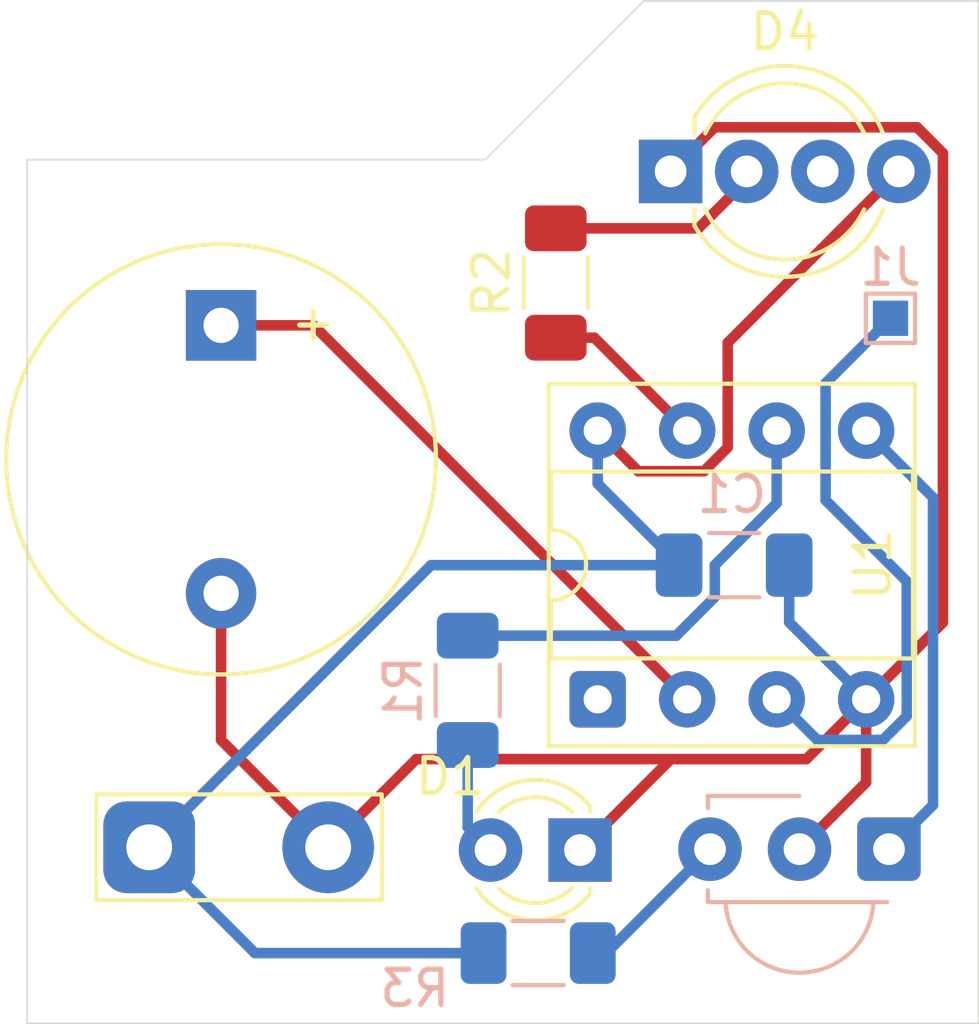
<source format=kicad_pcb>
(kicad_pcb (version 20241229) (generator "pcbnew") (generator_version "9.0")
  (layers (0 "F.Cu" signal) (2 "B.Cu" signal) (13 "F.Paste" user) (15 "B.Paste" user) (5 "F.SilkS" user "F.Silkscreen") (7 "B.SilkS" user "B.Silkscreen") (1 "F.Mask" user) (3 "B.Mask" user) (25 "Edge.Cuts" user))
  (net 0 "")
  (net 1 "/VCC")
  (net 2 "GND")
  (net 3 "unconnected-(U1-~{RESET}{slash}PB5-Pad1)")
  (net 4 "Net-(BZ1-+)")
  (net 5 "Net-(D1-A)")
  (net 6 "Net-(D4-DIN)")
  (net 8 "Net-(J1-Pin_1)")
  (net 9 "Net-(U1-PB1)")
  (net 10 "Net-(U1-PB2)")
  (net 11 "Net-(U1-AREF{slash}PB0)")
  (footprint "LED_THT:LED_D3.0mm" (layer "F.Cu") (at 115.687669 133.578537 180)
    (property "Reference" "D1" (at 3.687669 2.078537 180) (layer "F.SilkS"))
    (property "Value" "TSAL6200" (hide yes))
    (fp_line (start -0.29 1.08) (end -0.29 1.236) (stroke (width 0.12)) (layer "F.SilkS"))
    (fp_line (start -0.29 -1.236) (end -0.29 -1.08) (stroke (width 0.12)) (layer "F.SilkS"))
    (fp_arc (start 2.941437 1.08) (mid 1.36566 1.987699) (end -0.29 1.235516) (stroke (width 0.12)) (layer "F.SilkS"))
    (fp_arc (start 2.310961 1.08) (mid 1.27 1.5) (end 0.229039 1.08) (stroke (width 0.12)) (layer "F.SilkS"))
    (fp_arc (start 0.229039 -1.08) (mid 1.27 -1.5) (end 2.310961 -1.08) (stroke (width 0.12)) (layer "F.SilkS"))
    (fp_arc (start -0.29 -1.235516) (mid 1.36566 -1.987699) (end 2.941437 -1.08) (stroke (width 0.12)) (layer "F.SilkS"))
    (pad "1" thru_hole rect (at 0 0 180) (size 1.8 1.8) (drill 0.9) (layers "*.Cu" "*.Mask") (net 2 "GND"))
    (pad "2" thru_hole circle (at 2.54 0 180) (size 1.8 1.8) (drill 0.9) (layers "*.Cu" "*.Mask") (net 5 "Net-(D1-A)"))
  )
  (footprint "Buzzer_Beeper:Buzzer_12x9.5RM7.6" (layer "F.Cu") (at 105.5 118.7 -90)
    (property "Reference" "BZ1" (hide yes))
    (property "Value" "Buzzer" (hide yes))
    (fp_circle (center 3.8 0) (end 9.9 0) (stroke (width 0.12)) (fill no) (layer "F.SilkS"))
    (fp_text user "+" (at -0.01 -2.54 90) (layer "F.SilkS"))
    (pad "1" thru_hole rect (at 0 0 270) (size 2 2) (drill 1) (layers "*.Cu" "*.Mask") (net 4 "Net-(BZ1-+)"))
    (pad "2" thru_hole circle (at 7.6 0 270) (size 2 2) (drill 1) (layers "*.Cu" "*.Mask") (net 2 "GND"))
  )
  (footprint "Resistor_SMD:R_1206_3216Metric_Pad1.30x1.75mm_HandSolder" (layer "F.Cu") (at 115 117.5 90)
    (property "Reference" "R2" (at 0 -1.83 90) (layer "F.SilkS"))
    (property "Value" "300R" (hide yes))
    (fp_line (start -0.727064 -0.91) (end 0.727064 -0.91) (stroke (width 0.12)) (layer "F.SilkS"))
    (fp_line (start -0.727064 0.91) (end 0.727064 0.91) (stroke (width 0.12)) (layer "F.SilkS"))
    (pad "1" smd roundrect (at -1.55 0 90) (size 1.3 1.75) (layers "F.Cu" "F.Mask" "F.Paste") (roundrect_rratio 0.192308) (net 10 "Net-(U1-PB2)"))
    (pad "2" smd roundrect (at 1.55 0 90) (size 1.3 1.75) (layers "F.Cu" "F.Mask" "F.Paste") (roundrect_rratio 0.192308) (net 6 "Net-(D4-DIN)"))
  )
  (footprint "TestPoint:TestPoint_2Pads_Pitch5.08mm_Drill1.3mm" (layer "F.Cu") (at 103.46 133.5)
    (property "Reference" "BT1" (hide yes))
    (property "Value" "BatteryHolder_2xAAA" (hide yes))
    (fp_line (start -1.5 -1.5) (end -1.5 1.5) (stroke (width 0.12)) (layer "F.SilkS"))
    (fp_line (start -1.5 -1.5) (end 6.6 -1.5) (stroke (width 0.12)) (layer "F.SilkS"))
    (fp_line (start 6.6 1.5) (end -1.5 1.5) (stroke (width 0.12)) (layer "F.SilkS"))
    (fp_line (start 6.6 1.5) (end 6.6 -1.5) (stroke (width 0.12)) (layer "F.SilkS"))
    (pad "1" thru_hole roundrect (at 0 0) (size 2.6 2.6) (drill 1.3) (layers "*.Cu" "*.Mask") (net 1 "/VCC"))
    (pad "2" thru_hole circle (at 5.08 0) (size 2.6 2.6) (drill 1.3) (layers "*.Cu" "*.Mask") (net 2 "GND"))
  )
  (footprint "Package_DIP:DIP-8_W7.62mm_Socket" (layer "F.Cu") (at 116.19 129.305 90)
    (property "Reference" "U1" (at 3.81 7.81 90) (layer "F.SilkS"))
    (property "Value" "ATtiny85-20P" (hide yes))
    (fp_line (start 6.46 -1.33) (end 4.81 -1.33) (stroke (width 0.12)) (layer "F.SilkS"))
    (fp_line (start 2.81 -1.33) (end 1.16 -1.33) (stroke (width 0.12)) (layer "F.SilkS"))
    (fp_line (start 1.16 -1.33) (end 1.16 8.95) (stroke (width 0.12)) (layer "F.SilkS"))
    (fp_line (start 6.46 8.95) (end 6.46 -1.33) (stroke (width 0.12)) (layer "F.SilkS"))
    (fp_line (start 1.16 8.95) (end 6.46 8.95) (stroke (width 0.12)) (layer "F.SilkS"))
    (fp_rect (start -1.33 -1.39) (end 8.95 9.01) (stroke (width 0.12)) (fill no) (layer "F.SilkS"))
    (fp_arc (start 4.81 -1.33) (mid 3.81 -0.33) (end 2.81 -1.33) (stroke (width 0.12)) (layer "F.SilkS"))
    (pad "1" thru_hole roundrect (at 0 0 90) (size 1.6 1.6) (drill 0.8) (layers "*.Cu" "*.Mask") (roundrect_rratio 0.15625) (net 3 "unconnected-(U1-~{RESET}{slash}PB5-Pad1)"))
    (pad "2" thru_hole circle (at 0 2.54 90) (size 1.6 1.6) (drill 0.8) (layers "*.Cu" "*.Mask") (net 4 "Net-(BZ1-+)"))
    (pad "3" thru_hole circle (at 0 5.08 90) (size 1.6 1.6) (drill 0.8) (layers "*.Cu" "*.Mask") (net 8 "Net-(J1-Pin_1)"))
    (pad "4" thru_hole circle (at 0 7.62 90) (size 1.6 1.6) (drill 0.8) (layers "*.Cu" "*.Mask") (net 2 "GND"))
    (pad "5" thru_hole circle (at 7.62 7.62 90) (size 1.6 1.6) (drill 0.8) (layers "*.Cu" "*.Mask") (net 11 "Net-(U1-AREF{slash}PB0)"))
    (pad "6" thru_hole circle (at 7.62 5.08 90) (size 1.6 1.6) (drill 0.8) (layers "*.Cu" "*.Mask") (net 9 "Net-(U1-PB1)"))
    (pad "7" thru_hole circle (at 7.62 2.54 90) (size 1.6 1.6) (drill 0.8) (layers "*.Cu" "*.Mask") (net 10 "Net-(U1-PB2)"))
    (pad "8" thru_hole circle (at 7.62 0 90) (size 1.6 1.6) (drill 0.8) (layers "*.Cu" "*.Mask") (net 1 "/VCC"))
  )
  (footprint "LED_THT:LED_D5.0mm-4_RGB_Wide_Pins" (layer "F.Cu") (at 118.26 114.335)
    (property "Reference" "D4" (at 3.2385 -3.96 0) (layer "F.SilkS"))
    (property "Value" "LiteOn_LTST-E563C" (hide yes))
    (fp_line (start 0.6785 -1.545) (end 0.6785 -1.08) (stroke (width 0.12)) (layer "F.SilkS"))
    (fp_line (start 0.6785 1.08) (end 0.6785 1.545) (stroke (width 0.12)) (layer "F.SilkS"))
    (fp_arc (start 0.6785 -1.54483) (mid 3.496956 -2.978809) (end 6.026315 -1.080827) (stroke (width 0.12)) (layer "F.SilkS"))
    (fp_arc (start 0.983816 -1.08) (mid 3.238262 -2.5) (end 5.492979 -1.080429) (stroke (width 0.12)) (layer "F.SilkS"))
    (fp_arc (start 5.492979 1.080429) (mid 3.238262 2.5) (end 0.983816 1.08) (stroke (width 0.12)) (layer "F.SilkS"))
    (fp_arc (start 6.026315 1.080827) (mid 3.496956 2.978808) (end 0.6785 1.54483) (stroke (width 0.12)) (layer "F.SilkS"))
    (pad "1" thru_hole rect (at 0 0) (size 1.8 1.8) (drill 0.9) (layers "*.Cu" "*.Mask") (net 2 "GND"))
    (pad "2" thru_hole circle (at 2.159 0) (size 1.8 1.8) (drill 0.9) (layers "*.Cu" "*.Mask") (net 6 "Net-(D4-DIN)"))
    (pad "3" thru_hole circle (at 4.318 0) (size 1.8 1.8) (drill 0.9) (layers "*.Cu" "*.Mask"))
    (pad "4" thru_hole circle (at 6.477 0) (size 1.8 1.8) (drill 0.9) (layers "*.Cu" "*.Mask") (net 1 "/VCC"))
  )
  (footprint "OptoDevice:Vishay_MINICAST-3Pin" (layer "B.Cu") (at 124.457669 133.553537 180)
    (property "Reference" "U2" (hide yes))
    (property "Value" "TSOP382xx" (hide yes))
    (fp_line (start 5.14 1.51) (end 2.54 1.51) (stroke (width 0.12)) (layer "B.SilkS"))
    (fp_line (start 5.14 1.16) (end 5.14 1.51) (stroke (width 0.12)) (layer "B.SilkS"))
    (fp_line (start 5.14 -1.16) (end 5.14 -1.5) (stroke (width 0.12)) (layer "B.SilkS"))
    (fp_line (start 5.14 -1.5) (end 0.05 -1.5) (stroke (width 0.12)) (layer "B.SilkS"))
    (fp_arc (start 0.440083 -1.501736) (mid 2.540869 -3.50238) (end 4.64 -1.5) (stroke (width 0.12)) (layer "B.SilkS"))
    (pad "1" thru_hole roundrect (at 0 0 180) (size 1.8 1.8) (drill 0.9) (layers "*.Cu" "*.Mask") (roundrect_rratio 0.139) (net 11 "Net-(U1-AREF{slash}PB0)"))
    (pad "2" thru_hole circle (at 2.54 0 180) (size 1.8 1.8) (drill 0.9) (layers "*.Cu" "*.Mask") (net 2 "GND"))
    (pad "3" thru_hole circle (at 5.08 0 180) (size 1.8 1.8) (drill 0.9) (layers "*.Cu" "*.Mask") (net 1 "/VCC"))
  )
  (footprint "Capacitor_SMD:C_1206_3216Metric_Pad1.33x1.80mm_HandSolder" (layer "B.Cu") (at 120.0625 125.5)
    (property "Reference" "C1" (at -0.0625 -2 0) (layer "B.SilkS") (effects (justify mirror)))
    (property "Value" "0.1µF" (hide yes))
    (fp_line (start -0.711252 -0.91) (end 0.711252 -0.91) (stroke (width 0.12)) (layer "B.SilkS"))
    (fp_line (start -0.711252 0.91) (end 0.711252 0.91) (stroke (width 0.12)) (layer "B.SilkS"))
    (pad "1" smd roundrect (at -1.5625 0) (size 1.325 1.8) (layers "B.Cu" "B.Mask" "B.Paste") (roundrect_rratio 0.188679) (net 1 "/VCC"))
    (pad "2" smd roundrect (at 1.5625 0) (size 1.325 1.8) (layers "B.Cu" "B.Mask" "B.Paste") (roundrect_rratio 0.188679) (net 2 "GND"))
  )
  (footprint "Resistor_SMD:R_1206_3216Metric_Pad1.30x1.75mm_HandSolder" (layer "B.Cu") (at 112.5 129.05 -90)
    (property "Reference" "R1" (at 0 1.83 90) (layer "B.SilkS") (effects (justify mirror)))
    (property "Value" "47R" (hide yes))
    (fp_line (start -0.727064 0.91) (end 0.727064 0.91) (stroke (width 0.12)) (layer "B.SilkS"))
    (fp_line (start -0.727064 -0.91) (end 0.727064 -0.91) (stroke (width 0.12)) (layer "B.SilkS"))
    (pad "1" smd roundrect (at -1.55 0 270) (size 1.3 1.75) (layers "B.Cu" "B.Mask" "B.Paste") (roundrect_rratio 0.192308) (net 9 "Net-(U1-PB1)"))
    (pad "2" smd roundrect (at 1.55 0 270) (size 1.3 1.75) (layers "B.Cu" "B.Mask" "B.Paste") (roundrect_rratio 0.192308) (net 5 "Net-(D1-A)"))
  )
  (footprint "Resistor_SMD:R_1206_3216Metric_Pad1.30x1.75mm_HandSolder" (layer "B.Cu") (at 114.5 136.5 180)
    (property "Reference" "R3" (at 3.5 -1 0) (layer "B.SilkS") (effects (justify mirror)))
    (property "Value" "100R" (hide yes))
    (fp_line (start -0.727064 0.91) (end 0.727064 0.91) (stroke (width 0.12)) (layer "B.SilkS"))
    (fp_line (start -0.727064 -0.91) (end 0.727064 -0.91) (stroke (width 0.12)) (layer "B.SilkS"))
    (pad "1" smd roundrect (at -1.55 0 180) (size 1.3 1.75) (layers "B.Cu" "B.Mask" "B.Paste") (roundrect_rratio 0.192308) (net 1 "/VCC"))
    (pad "2" smd roundrect (at 1.55 0 180) (size 1.3 1.75) (layers "B.Cu" "B.Mask" "B.Paste") (roundrect_rratio 0.192308) (net 1 "/VCC"))
  )
  (footprint "TestPoint:TestPoint_Pad_1.0x1.0mm" (layer "B.Cu") (at 124.5 118.5 180)
    (property "Reference" "J1" (at 0 1.448 0) (layer "B.SilkS") (effects (justify mirror)))
    (property "Value" "Conn_01x01_Pin" (hide yes))
    (fp_line (start 0.7 0.7) (end 0.7 -0.7) (stroke (width 0.12)) (layer "B.SilkS"))
    (fp_line (start 0.7 -0.7) (end -0.7 -0.7) (stroke (width 0.12)) (layer "B.SilkS"))
    (fp_line (start -0.7 0.7) (end 0.7 0.7) (stroke (width 0.12)) (layer "B.SilkS"))
    (fp_line (start -0.7 -0.7) (end -0.7 0.7) (stroke (width 0.12)) (layer "B.SilkS"))
    (pad "1" smd rect (at 0 0 180) (size 1 1) (layers "B.Cu" "B.Mask") (net 8 "Net-(J1-Pin_1)"))
  )
  (gr_line (start 117.5 109.5) (end 127 109.5) (stroke (width 0.05)) (layer "Edge.Cuts"))
  (gr_line (start 100 114) (end 113 114) (stroke (width 0.05)) (layer "Edge.Cuts"))
  (gr_line (start 100 138.5) (end 100 114) (stroke (width 0.05)) (layer "Edge.Cuts"))
  (gr_line (start 100 138.5) (end 127 138.5) (stroke (width 0.05)) (layer "Edge.Cuts"))
  (gr_line (start 113 114) (end 117.5 109.5) (stroke (width 0.05)) (layer "Edge.Cuts"))
  (gr_line (start 127 109.5) (end 127 114) (stroke (width 0.05)) (layer "Edge.Cuts"))
  (gr_line (start 127 114) (end 127 138.5) (stroke (width 0.05)) (layer "Edge.Cuts"))
  (segment (start 119.881 119.191) (end 119.881 122.16176) (width 0.3) (layer "F.Cu") (net 1))
  (segment (start 119.20676 122.836) (end 117.341 122.836) (width 0.3) (layer "F.Cu") (net 1))
  (segment (start 119.881 122.16176) (end 119.20676 122.836) (width 0.3) (layer "F.Cu") (net 1))
  (segment (start 117.341 122.836) (end 116.19 121.685) (width 0.3) (layer "F.Cu") (net 1))
  (segment (start 124.737 114.335) (end 119.881 119.191) (width 0.3) (layer "F.Cu") (net 1))
  (segment (start 119.377669 133.553537) (end 116.431206 136.5) (width 0.3) (layer "B.Cu") (net 1))
  (segment (start 116.431206 136.5) (end 116.05 136.5) (width 0.3) (layer "B.Cu") (net 1))
  (segment (start 118.5 125.5) (end 111.46 125.5) (width 0.3) (layer "B.Cu") (net 1))
  (segment (start 116.19 121.685) (end 116.19 123.19) (width 0.3) (layer "B.Cu") (net 1))
  (segment (start 116.5 136.5) (end 116.5 136.431206) (width 0.3) (layer "B.Cu") (net 1))
  (segment (start 106.46 136.5) (end 112.95 136.5) (width 0.3) (layer "B.Cu") (net 1))
  (segment (start 116.05 136.5) (end 116.5 136.5) (width 0.3) (layer "B.Cu") (net 1))
  (segment (start 116.19 123.19) (end 118.5 125.5) (width 0.3) (layer "B.Cu") (net 1))
  (segment (start 103.46 133.5) (end 106.46 136.5) (width 0.3) (layer "B.Cu") (net 1))
  (segment (start 111.46 125.5) (end 103.46 133.5) (width 0.3) (layer "B.Cu") (net 1))
  (segment (start 123.81 129.305) (end 122.115 131) (width 0.3) (layer "F.Cu") (net 2))
  (segment (start 119.511 113.084) (end 125.255182 113.084) (width 0.3) (layer "F.Cu") (net 2))
  (segment (start 118.266206 131) (end 115.687669 133.578537) (width 0.3) (layer "F.Cu") (net 2))
  (segment (start 118.26 114.335) (end 119.511 113.084) (width 0.3) (layer "F.Cu") (net 2))
  (segment (start 105.5 130.46) (end 105.5 126.3) (width 0.3) (layer "F.Cu") (net 2))
  (segment (start 108.54 133.5) (end 111.04 131) (width 0.3) (layer "F.Cu") (net 2))
  (segment (start 108.54 133.5) (end 105.5 130.46) (width 0.3) (layer "F.Cu") (net 2))
  (segment (start 111.04 131) (end 118.266206 131) (width 0.3) (layer "F.Cu") (net 2))
  (segment (start 125.255182 113.084) (end 125.988 113.816818) (width 0.3) (layer "F.Cu") (net 2))
  (segment (start 123.81 129.305) (end 123.81 131.661206) (width 0.3) (layer "F.Cu") (net 2))
  (segment (start 125.988 113.816818) (end 125.988 127.127) (width 0.3) (layer "F.Cu") (net 2))
  (segment (start 123.81 131.661206) (end 121.917669 133.553537) (width 0.3) (layer "F.Cu") (net 2))
  (segment (start 122.115 131) (end 118.266206 131) (width 0.3) (layer "F.Cu") (net 2))
  (segment (start 125.988 127.127) (end 123.81 129.305) (width 0.3) (layer "F.Cu") (net 2))
  (segment (start 121.625 127.12) (end 123.81 129.305) (width 0.3) (layer "B.Cu") (net 2))
  (segment (start 121.625 125.5) (end 121.625 127.12) (width 0.3) (layer "B.Cu") (net 2))
  (segment (start 115.594 129.901) (end 116.19 129.305) (width 0.3) (layer "B.Cu") (net 3))
  (segment (start 105.5 118.7) (end 108.125 118.7) (width 0.3) (layer "F.Cu") (net 4))
  (segment (start 108.125 118.7) (end 118.73 129.305) (width 0.3) (layer "F.Cu") (net 4))
  (segment (start 112.5 131.05) (end 112.5 132.930868) (width 0.3) (layer "B.Cu") (net 5))
  (segment (start 112.5 132.930868) (end 113.147669 133.578537) (width 0.3) (layer "B.Cu") (net 5))
  (segment (start 112.5 131.05) (end 113 130.55) (width 0.3) (layer "B.Cu") (net 5))
  (segment (start 120.419 114.581) (end 119.05 115.95) (width 0.3) (layer "F.Cu") (net 6))
  (segment (start 120.419 114.335) (end 120.419 114.581) (width 0.3) (layer "F.Cu") (net 6))
  (segment (start 119.05 115.95) (end 115 115.95) (width 0.3) (layer "F.Cu") (net 6))
  (segment (start 122.421 130.456) (end 121.27 129.305) (width 0.3) (layer "B.Cu") (net 8))
  (segment (start 124.28676 130.456) (end 122.421 130.456) (width 0.3) (layer "B.Cu") (net 8))
  (segment (start 124.961 125.961) (end 124.961 129.78176) (width 0.3) (layer "B.Cu") (net 8))
  (segment (start 124.5 118.5) (end 122.659 120.341) (width 0.3) (layer "B.Cu") (net 8))
  (segment (start 122.659 123.659) (end 124.961 125.961) (width 0.3) (layer "B.Cu") (net 8))
  (segment (start 124.961 129.78176) (end 124.28676 130.456) (width 0.3) (layer "B.Cu") (net 8))
  (segment (start 122.659 120.341) (end 122.659 123.659) (width 0.3) (layer "B.Cu") (net 8))
  (segment (start 119.5135 126.40587) (end 119.5135 125.5) (width 0.3) (layer "B.Cu") (net 9))
  (segment (start 112.5 127.5) (end 118.41937 127.5) (width 0.3) (layer "B.Cu") (net 9))
  (segment (start 118.41937 127.5) (end 119.5135 126.40587) (width 0.3) (layer "B.Cu") (net 9))
  (segment (start 121.27 123.7435) (end 121.27 121.685) (width 0.3) (layer "B.Cu") (net 9))
  (segment (start 119.5135 125.5) (end 121.27 123.7435) (width 0.3) (layer "B.Cu") (net 9))
  (segment (start 115 119.05) (end 116.095 119.05) (width 0.3) (layer "F.Cu") (net 10))
  (segment (start 116.095 119.05) (end 118.73 121.685) (width 0.3) (layer "F.Cu") (net 10))
  (segment (start 125.707 132.304206) (end 125.707 123.582) (width 0.3) (layer "B.Cu") (net 11))
  (segment (start 125.707 123.582) (end 123.81 121.685) (width 0.3) (layer "B.Cu") (net 11))
  (segment (start 124.457669 133.553537) (end 125.707 132.304206) (width 0.3) (layer "B.Cu") (net 11))
)
</source>
